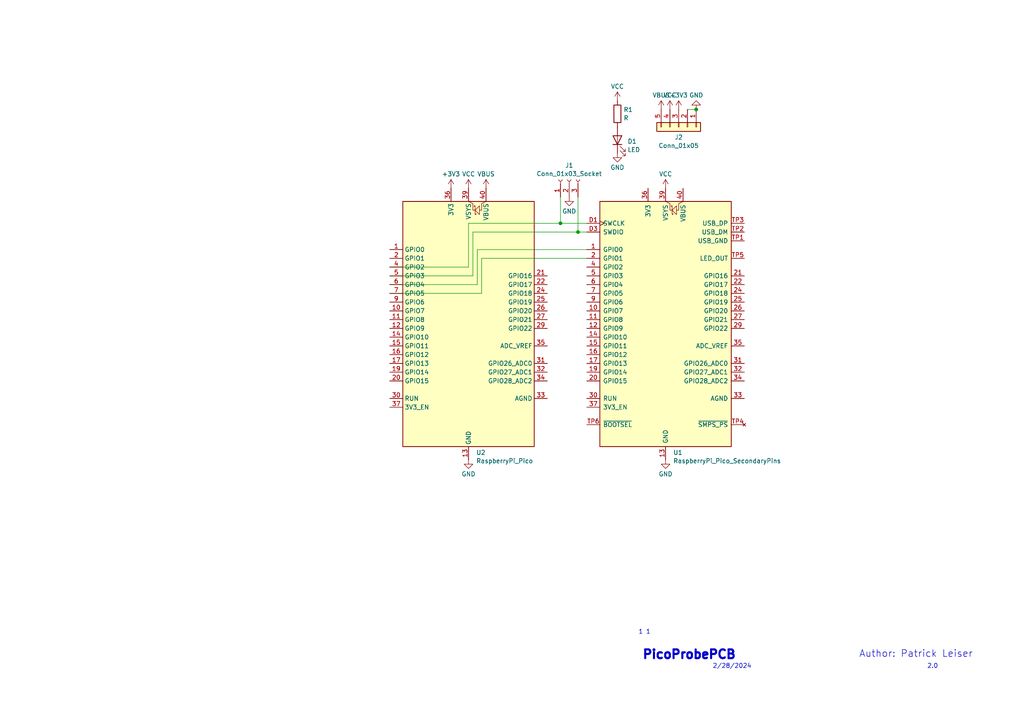
<source format=kicad_sch>
(kicad_sch (version 20231120) (generator "eeschema") (generator_version "8.0")
  (paper "A4")
  (lib_symbols
    (symbol "Connector:Conn_01x03_Socket" (pin_names (offset 1.016) hide)
      (property "Reference" "J" (at 0 5.08 0))
      (property "Value" "Conn_01x03_Socket" (at 0 -5.08 0))
      (symbol "Conn_01x03_Socket_1_1"
        (arc (start 0 -2.032) (mid -0.5058 -2.54) (end 0 -3.048) (stroke (width 0.1524)))
        (polyline (pts (xy -1.27 -2.54) (xy -0.508 -2.54)) (stroke (width 0.1524)))
        (polyline (pts (xy -1.27 0) (xy -0.508 0)) (stroke (width 0.1524)))
        (polyline (pts (xy -1.27 2.54) (xy -0.508 2.54)) (stroke (width 0.1524)))
        (arc (start 0 0.508) (mid -0.5058 0) (end 0 -0.508) (stroke (width 0.1524)))
        (arc (start 0 3.048) (mid -0.5058 2.54) (end 0 2.032) (stroke (width 0.1524)))
        (pin passive line (at -5.08 2.54 0) (length 3.81) (name "Pin_1") (number "1"))
        (pin passive line (at -5.08 0 0) (length 3.81) (name "Pin_2") (number "2"))
        (pin passive line (at -5.08 -2.54 0) (length 3.81) (name "Pin_3") (number "3"))
      )
    )
    (symbol "Connector_Generic:Conn_01x05" (pin_names (offset 1.016) hide)
      (property "Reference" "J" (at 0 7.62 0))
      (property "Value" "Conn_01x05" (at 0 -7.62 0))
      (symbol "Conn_01x05_1_1"
        (rectangle (start -1.27 -4.953) (end 0 -5.207) (stroke (width 0.1524)))
        (rectangle (start -1.27 -2.413) (end 0 -2.667) (stroke (width 0.1524)))
        (rectangle (start -1.27 0.127) (end 0 -0.127) (stroke (width 0.1524)))
        (rectangle (start -1.27 2.667) (end 0 2.413) (stroke (width 0.1524)))
        (rectangle (start -1.27 5.207) (end 0 4.953) (stroke (width 0.1524)))
        (rectangle (start -1.27 6.35) (end 1.27 -6.35) (stroke (width 0.254)) (fill (type background)))
        (pin passive line (at -5.08 5.08 0) (length 3.81) (name "Pin_1") (number "1"))
        (pin passive line (at -5.08 2.54 0) (length 3.81) (name "Pin_2") (number "2"))
        (pin passive line (at -5.08 0 0) (length 3.81) (name "Pin_3") (number "3"))
        (pin passive line (at -5.08 -2.54 0) (length 3.81) (name "Pin_4") (number "4"))
        (pin passive line (at -5.08 -5.08 0) (length 3.81) (name "Pin_5") (number "5"))
      )
    )
    (symbol "Device:LED" (pin_numbers hide) (pin_names (offset 1.016) hide)
      (property "Reference" "D" (at 0 2.54 0))
      (property "Value" "LED" (at 0 -2.54 0))
      (symbol "LED_0_1"
        (polyline (pts (xy -1.27 -1.27) (xy -1.27 1.27)) (stroke (width 0.254)))
        (polyline (pts (xy -1.27 0) (xy 1.27 0)))
        (polyline (pts (xy 1.27 -1.27) (xy 1.27 1.27) (xy -1.27 0) (xy 1.27 -1.27)) (stroke (width 0.254)))
        (polyline (pts (xy -3.048 -0.762) (xy -4.572 -2.286) (xy -3.81 -2.286) (xy -4.572 -2.286) (xy -4.572 -1.524)))
        (polyline (pts (xy -1.778 -0.762) (xy -3.302 -2.286) (xy -2.54 -2.286) (xy -3.302 -2.286) (xy -3.302 -1.524)))
      )
      (symbol "LED_1_1"
        (pin passive line (at -3.81 0 0) (length 2.54) (name "K") (number "1"))
        (pin passive line (at 3.81 0 180) (length 2.54) (name "A") (number "2"))
      )
    )
    (symbol "Device:R" (pin_numbers hide) (pin_names (offset 0))
      (property "Reference" "R" (at 2.032 0 90))
      (property "Value" "R" (at 0 0 90))
      (symbol "R_0_1"
        (rectangle (start -1.016 -2.54) (end 1.016 2.54) (stroke (width 0.254)))
      )
      (symbol "R_1_1"
        (pin passive line (at 0 3.81 270) (length 1.27) (name "~") (number "1"))
        (pin passive line (at 0 -3.81 90) (length 1.27) (name "~") (number "2"))
      )
    )
    (symbol "GND_1" (power) (pin_numbers hide) (pin_names (offset 0) hide)
      (property "Value" "GND" (at 0 -3.81 0))
      (symbol "GND_1_0_1"
        (polyline (pts (xy 0 0) (xy 0 -1.27) (xy 1.27 -1.27) (xy 0 -2.54) (xy -1.27 -1.27) (xy 0 -1.27)))
      )
      (symbol "GND_1_1_1"
        (pin power_in line (at 0 0 270) (length 0) (name "~") (number "1"))
      )
    )
    (symbol "Raspberry Pi Pico:RaspberryPi_Pico"
      (property "Reference" "U" (at -19.05 38.1 0))
      (property "Value" "RaspberryPi_Pico" (at 7.62 38.1 0))
      (symbol "RaspberryPi_Pico_0_1"
        (rectangle (start -19.05 36.83) (end 19.05 -34.29) (stroke (width 0.254)) (fill (type background)))
        (polyline (pts (xy 0 36.83) (xy 1.27 36.195) (xy 1.27 34.29) (xy 1.905 34.29)))
        (polyline (pts (xy 1.905 34.29) (xy 3.175 35.56) (xy 3.175 33.02) (xy 1.905 34.29)))
        (polyline (pts (xy 5.08 36.83) (xy 3.81 36.195) (xy 3.81 34.29) (xy 3.175 34.29)))
        (polyline (pts (xy 1.651 35.306) (xy 1.651 35.56) (xy 1.905 35.56) (xy 1.905 33.02) (xy 2.159 33.02) (xy 2.159 33.274)))
      )
      (symbol "RaspberryPi_Pico_1_1"
        (pin bidirectional line (at -22.86 22.86 0) (length 3.81) (name "GPIO0") (number "1"))
        (pin bidirectional line (at -22.86 5.08 0) (length 3.81) (name "GPIO7") (number "10"))
        (pin bidirectional line (at -22.86 2.54 0) (length 3.81) (name "GPIO8") (number "11"))
        (pin bidirectional line (at -22.86 0 0) (length 3.81) (name "GPIO9") (number "12"))
        (pin power_out line (at 0 -38.1 90) (length 3.81) (name "GND") (number "13"))
        (pin bidirectional line (at -22.86 -2.54 0) (length 3.81) (name "GPIO10") (number "14"))
        (pin bidirectional line (at -22.86 -5.08 0) (length 3.81) (name "GPIO11") (number "15"))
        (pin bidirectional line (at -22.86 -7.62 0) (length 3.81) (name "GPIO12") (number "16"))
        (pin bidirectional line (at -22.86 -10.16 0) (length 3.81) (name "GPIO13") (number "17"))
        (pin passive line (at 0 -38.1 90) (length 3.81) hide (name "GND") (number "18"))
        (pin bidirectional line (at -22.86 -12.7 0) (length 3.81) (name "GPIO14") (number "19"))
        (pin bidirectional line (at -22.86 20.32 0) (length 3.81) (name "GPIO1") (number "2"))
        (pin bidirectional line (at -22.86 -15.24 0) (length 3.81) (name "GPIO15") (number "20"))
        (pin bidirectional line (at 22.86 15.24 180) (length 3.81) (name "GPIO16") (number "21"))
        (pin bidirectional line (at 22.86 12.7 180) (length 3.81) (name "GPIO17") (number "22"))
        (pin passive line (at 0 -38.1 90) (length 3.81) hide (name "GND") (number "23"))
        (pin bidirectional line (at 22.86 10.16 180) (length 3.81) (name "GPIO18") (number "24"))
        (pin bidirectional line (at 22.86 7.62 180) (length 3.81) (name "GPIO19") (number "25"))
        (pin bidirectional line (at 22.86 5.08 180) (length 3.81) (name "GPIO20") (number "26"))
        (pin bidirectional line (at 22.86 2.54 180) (length 3.81) (name "GPIO21") (number "27"))
        (pin passive line (at 0 -38.1 90) (length 3.81) hide (name "GND") (number "28"))
        (pin bidirectional line (at 22.86 0 180) (length 3.81) (name "GPIO22") (number "29"))
        (pin passive line (at 0 -38.1 90) (length 3.81) hide (name "GND") (number "3"))
        (pin input line (at -22.86 -20.32 0) (length 3.81) (name "RUN") (number "30"))
        (pin bidirectional line (at 22.86 -10.16 180) (length 3.81) (name "GPIO26_ADC0") (number "31"))
        (pin bidirectional line (at 22.86 -12.7 180) (length 3.81) (name "GPIO27_ADC1") (number "32"))
        (pin power_in line (at 22.86 -20.32 180) (length 3.81) (name "AGND") (number "33"))
        (pin bidirectional line (at 22.86 -15.24 180) (length 3.81) (name "GPIO28_ADC2") (number "34"))
        (pin power_in line (at 22.86 -5.08 180) (length 3.81) (name "ADC_VREF") (number "35"))
        (pin power_out line (at -5.08 40.64 270) (length 3.81) (name "3V3") (number "36"))
        (pin input line (at -22.86 -22.86 0) (length 3.81) (name "3V3_EN") (number "37"))
        (pin passive line (at 0 -38.1 90) (length 3.81) hide (name "GND") (number "38"))
        (pin power_in line (at 0 40.64 270) (length 3.81) (name "VSYS") (number "39"))
        (pin bidirectional line (at -22.86 17.78 0) (length 3.81) (name "GPIO2") (number "4"))
        (pin power_out line (at 5.08 40.64 270) (length 3.81) (name "VBUS") (number "40"))
        (pin bidirectional line (at -22.86 15.24 0) (length 3.81) (name "GPIO3") (number "5"))
        (pin bidirectional line (at -22.86 12.7 0) (length 3.81) (name "GPIO4") (number "6"))
        (pin bidirectional line (at -22.86 10.16 0) (length 3.81) (name "GPIO5") (number "7"))
        (pin passive line (at 0 -38.1 90) (length 3.81) hide (name "GND") (number "8"))
        (pin bidirectional line (at -22.86 7.62 0) (length 3.81) (name "GPIO6") (number "9"))
      )
    )
    (symbol "Raspberry Pi Pico:RaspberryPi_Pico_SecondaryPins" (pin_names (offset 0.889))
      (property "Reference" "U" (at -19.05 38.1 0))
      (property "Value" "RaspberryPi_Pico_SecondaryPins" (at 7.62 38.1 0))
      (symbol "RaspberryPi_Pico_SecondaryPins_0_1"
        (rectangle (start -19.05 36.83) (end 19.05 -34.29) (stroke (width 0.254)) (fill (type background)))
        (polyline (pts (xy 0 36.83) (xy 1.27 36.195) (xy 1.27 34.29) (xy 1.905 34.29)))
        (polyline (pts (xy 1.905 34.29) (xy 3.175 35.56) (xy 3.175 33.02) (xy 1.905 34.29)))
        (polyline (pts (xy 5.08 36.83) (xy 3.81 36.195) (xy 3.81 34.29) (xy 3.175 34.29)))
        (polyline (pts (xy 1.651 35.306) (xy 1.651 35.56) (xy 1.905 35.56) (xy 1.905 33.02) (xy 2.159 33.02) (xy 2.159 33.274)))
      )
      (symbol "RaspberryPi_Pico_SecondaryPins_1_1"
        (pin bidirectional line (at -22.86 22.86 0) (length 3.81) (name "GPIO0") (number "1"))
        (pin bidirectional line (at -22.86 5.08 0) (length 3.81) (name "GPIO7") (number "10"))
        (pin bidirectional line (at -22.86 2.54 0) (length 3.81) (name "GPIO8") (number "11"))
        (pin bidirectional line (at -22.86 0 0) (length 3.81) (name "GPIO9") (number "12"))
        (pin power_out line (at 0 -38.1 90) (length 3.81) (name "GND") (number "13"))
        (pin bidirectional line (at -22.86 -2.54 0) (length 3.81) (name "GPIO10") (number "14"))
        (pin bidirectional line (at -22.86 -5.08 0) (length 3.81) (name "GPIO11") (number "15"))
        (pin bidirectional line (at -22.86 -7.62 0) (length 3.81) (name "GPIO12") (number "16"))
        (pin bidirectional line (at -22.86 -10.16 0) (length 3.81) (name "GPIO13") (number "17"))
        (pin passive line (at 0 -38.1 90) (length 3.81) hide (name "GND") (number "18"))
        (pin bidirectional line (at -22.86 -12.7 0) (length 3.81) (name "GPIO14") (number "19"))
        (pin bidirectional line (at -22.86 20.32 0) (length 3.81) (name "GPIO1") (number "2"))
        (pin bidirectional line (at -22.86 -15.24 0) (length 3.81) (name "GPIO15") (number "20"))
        (pin bidirectional line (at 22.86 15.24 180) (length 3.81) (name "GPIO16") (number "21"))
        (pin bidirectional line (at 22.86 12.7 180) (length 3.81) (name "GPIO17") (number "22"))
        (pin passive line (at 0 -38.1 90) (length 3.81) hide (name "GND") (number "23"))
        (pin bidirectional line (at 22.86 10.16 180) (length 3.81) (name "GPIO18") (number "24"))
        (pin bidirectional line (at 22.86 7.62 180) (length 3.81) (name "GPIO19") (number "25"))
        (pin bidirectional line (at 22.86 5.08 180) (length 3.81) (name "GPIO20") (number "26"))
        (pin bidirectional line (at 22.86 2.54 180) (length 3.81) (name "GPIO21") (number "27"))
        (pin passive line (at 0 -38.1 90) (length 3.81) hide (name "GND") (number "28"))
        (pin bidirectional line (at 22.86 0 180) (length 3.81) (name "GPIO22") (number "29"))
        (pin passive line (at 0 -38.1 90) (length 3.81) hide (name "GND") (number "3"))
        (pin input line (at -22.86 -20.32 0) (length 3.81) (name "RUN") (number "30"))
        (pin bidirectional line (at 22.86 -10.16 180) (length 3.81) (name "GPIO26_ADC0") (number "31"))
        (pin bidirectional line (at 22.86 -12.7 180) (length 3.81) (name "GPIO27_ADC1") (number "32"))
        (pin power_in line (at 22.86 -20.32 180) (length 3.81) (name "AGND") (number "33"))
        (pin bidirectional line (at 22.86 -15.24 180) (length 3.81) (name "GPIO28_ADC2") (number "34"))
        (pin power_in line (at 22.86 -5.08 180) (length 3.81) (name "ADC_VREF") (number "35"))
        (pin power_out line (at -5.08 40.64 270) (length 3.81) (name "3V3") (number "36"))
        (pin input line (at -22.86 -22.86 0) (length 3.81) (name "3V3_EN") (number "37"))
        (pin passive line (at 0 -38.1 90) (length 3.81) hide (name "GND") (number "38"))
        (pin power_in line (at 0 40.64 270) (length 3.81) (name "VSYS") (number "39"))
        (pin bidirectional line (at -22.86 17.78 0) (length 3.81) (name "GPIO2") (number "4"))
        (pin power_out line (at 5.08 40.64 270) (length 3.81) (name "VBUS") (number "40"))
        (pin bidirectional line (at -22.86 15.24 0) (length 3.81) (name "GPIO3") (number "5"))
        (pin bidirectional line (at -22.86 12.7 0) (length 3.81) (name "GPIO4") (number "6"))
        (pin bidirectional line (at -22.86 10.16 0) (length 3.81) (name "GPIO5") (number "7"))
        (pin passive line (at 0 -38.1 90) (length 3.81) hide (name "GND") (number "8"))
        (pin bidirectional line (at -22.86 7.62 0) (length 3.81) (name "GPIO6") (number "9"))
        (pin input clock (at -22.86 30.48 0) (length 3.81) (name "SWCLK") (number "D1"))
        (pin passive line (at 0 -38.1 90) (length 3.81) hide (name "GND") (number "D2"))
        (pin bidirectional line (at -22.86 27.94 0) (length 3.81) (name "SWDIO") (number "D3"))
        (pin power_out line (at 22.86 25.4 180) (length 3.81) (name "USB_GND") (number "TP1"))
        (pin bidirectional line (at 22.86 27.94 180) (length 3.81) (name "USB_DM") (number "TP2"))
        (pin bidirectional line (at 22.86 30.48 180) (length 3.81) (name "USB_DP") (number "TP3"))
        (pin no_connect line (at 22.86 -27.94 180) (length 3.81) (name "~{SMPS_PS}") (number "TP4"))
        (pin output line (at 22.86 20.32 180) (length 3.81) (name "LED_OUT") (number "TP5"))
        (pin input line (at -22.86 -27.94 0) (length 3.81) (name "~{BOOTSEL}") (number "TP6"))
      )
    )
    (symbol "power:+3V3" (power) (pin_numbers hide) (pin_names (offset 0) hide)
      (property "Value" "+3V3" (at 0 3.556 0))
      (symbol "+3V3_0_1"
        (polyline (pts (xy -0.762 1.27) (xy 0 2.54)))
        (polyline (pts (xy 0 0) (xy 0 2.54)))
        (polyline (pts (xy 0 2.54) (xy 0.762 1.27)))
      )
      (symbol "+3V3_1_1"
        (pin power_in line (at 0 0 90) (length 0) (name "~") (number "1"))
      )
    )
    (symbol "power:GND" (power) (pin_names (offset 0))
      (property "Value" "GND" (at 0 -3.81 0))
      (symbol "GND_0_1"
        (polyline (pts (xy 0 0) (xy 0 -1.27) (xy 1.27 -1.27) (xy 0 -2.54) (xy -1.27 -1.27) (xy 0 -1.27)))
      )
      (symbol "GND_1_1"
        (pin power_in line (at 0 0 270) (length 0) hide (name "GND") (number "1"))
      )
    )
    (symbol "power:VBUS" (power) (pin_numbers hide) (pin_names (offset 0) hide)
      (property "Value" "VBUS" (at 0 3.556 0))
      (symbol "VBUS_0_1"
        (polyline (pts (xy -0.762 1.27) (xy 0 2.54)))
        (polyline (pts (xy 0 0) (xy 0 2.54)))
        (polyline (pts (xy 0 2.54) (xy 0.762 1.27)))
      )
      (symbol "VBUS_1_1"
        (pin power_in line (at 0 0 90) (length 0) (name "~") (number "1"))
      )
    )
    (symbol "power:VCC" (power) (pin_names (offset 0))
      (property "Value" "VCC" (at 0 3.81 0))
      (symbol "VCC_0_1"
        (polyline (pts (xy -0.762 1.27) (xy 0 2.54)))
        (polyline (pts (xy 0 0) (xy 0 2.54)))
        (polyline (pts (xy 0 2.54) (xy 0.762 1.27)))
      )
      (symbol "VCC_1_1"
        (pin power_in line (at 0 0 90) (length 0) hide (name "VCC") (number "1"))
      )
    )
  )
  (junction (at 162.56 64.77))
  (junction (at 201.93 31.75))
  (junction (at 167.64 67.31))
  (wire (pts (xy 135.89 64.77) (xy 162.56 64.77)))
  (wire (pts (xy 138.43 72.39) (xy 170.18 72.39)))
  (wire (pts (xy 137.16 80.01) (xy 137.16 67.31)))
  (wire (pts (xy 138.43 82.55) (xy 138.43 72.39)))
  (wire (pts (xy 113.03 80.01) (xy 137.16 80.01)))
  (wire (pts (xy 113.03 85.09) (xy 139.7 85.09)))
  (wire (pts (xy 139.7 74.93) (xy 139.7 85.09)))
  (wire (pts (xy 113.03 82.55) (xy 138.43 82.55)))
  (wire (pts (xy 137.16 67.31) (xy 167.64 67.31)))
  (wire (pts (xy 135.89 77.47) (xy 135.89 64.77)))
  (wire (pts (xy 113.03 77.47) (xy 135.89 77.47)))
  (wire (pts (xy 167.64 57.15) (xy 167.64 67.31)))
  (wire (pts (xy 170.18 74.93) (xy 139.7 74.93)))
  (wire (pts (xy 162.56 64.77) (xy 170.18 64.77)))
  (wire (pts (xy 167.64 67.31) (xy 170.18 67.31)))
  (wire (pts (xy 162.56 57.15) (xy 162.56 64.77)))
  (wire (pts (xy 199.39 31.75) (xy 201.93 31.75)))
  (text "1 1" (at 186.944 183.388 0) (effects (font (size 1.27 1.27))))
  (text "Author: Patrick Leiser" (at 265.684 189.738 0) (effects (font (size 2 2))))
  (text "2.0" (at 270.51 193.294 0) (effects (font (size 1.27 1.27))))
  (text "PicoProbePCB" (at 199.898 189.992 0) (effects (font (size 2.54 2.54) (thickness 0.6) (bold yes))))
  (text "2/28/2024" (at 212.344 193.294 0) (effects (font (size 1.27 1.27))))
  (symbol (lib_id "Connector_Generic:Conn_01x05") (at 196.85 36.83 270) (unit 1)
    (property "Reference" "J2" (at 196.85 39.8201 90))
    (property "Value" "Conn_01x05" (at 196.85 42.2444 90))
    (property "Footprint" "Connector_PinHeader_2.54mm:PinHeader_1x05_P2.54mm_Vertical_SMD_Pin1Left" (effects (hide yes)))
    (property "Description" "Generic connector, single row, 01x05, script generated (kicad-library-utils/schlib/autogen/connector/)" (effects (hide yes)))
  )
  (symbol (lib_id "Connector:Conn_01x03_Socket") (at 165.1 52.07 90) (unit 1)
    (property "Reference" "J1" (at 165.1 47.9765 90))
    (property "Value" "Conn_01x03_Socket" (at 165.1 50.4007 90))
    (property "Footprint" "Connector_PinSocket_2.54mm:PinSocket_1x03_P2.54mm_Vertical" (effects (hide yes)))
  )
  (symbol (lib_id "power:VCC") (at 135.89 54.61 0) (unit 1)
    (property "Reference" "#PWR03" (effects (hide yes)))
    (property "Value" "VCC" (at 135.89 50.4769 0))
  )
  (symbol (lib_id "power:GND") (at 165.1 57.15 0) (unit 1)
    (property "Reference" "#PWR05" (effects (hide yes)))
    (property "Value" "GND" (at 165.1 61.2831 0))
  )
  (symbol (lib_id "power:VCC") (at 193.04 54.61 0) (unit 1)
    (property "Reference" "#PWR04" (effects (hide yes)))
    (property "Value" "VCC" (at 193.04 50.4769 0))
  )
  (symbol (lib_id "power:VBUS") (at 191.77 31.75 0) (unit 1)
    (property "Reference" "#PWR011" (effects (hide yes)))
    (property "Value" "VBUS" (at 191.77 27.6169 0))
    (property "Description" "Power symbol creates a global label with name \"VBUS\"" (effects (hide yes)))
  )
  (symbol (lib_id "Device:LED") (at 179.07 40.64 90) (unit 1)
    (property "Reference" "D1" (at 181.991 41.0154 90) (effects (justify right)))
    (property "Value" "LED" (at 181.991 43.4396 90) (effects (justify right)))
    (property "Footprint" "LED_SMD:LED_0603_1608Metric_Pad1.05x0.95mm_HandSolder" (effects (hide yes)))
  )
  (symbol (lib_id "power:VCC") (at 179.07 29.21 0) (unit 1)
    (property "Reference" "#PWR06" (effects (hide yes)))
    (property "Value" "VCC" (at 179.07 25.0769 0))
  )
  (symbol (lib_id "Raspberry Pi Pico:RaspberryPi_Pico_SecondaryPins") (at 193.04 95.25 0) (unit 1)
    (property "Reference" "U1" (at 195.2341 131.2601 0) (effects (justify left)))
    (property "Value" "RaspberryPi_Pico_SecondaryPins" (at 195.2341 133.6843 0) (effects (justify left)))
    (property "Footprint" "RaspberryPi_Pico:RaspberryPi_Pico_Debug_PicoProbePinsOnlyLargePads" (effects (hide yes)))
    (property "Datasheet" "https://datasheets.raspberrypi.com/pico/pico-datasheet.pdf" (effects (hide yes)))
  )
  (symbol (lib_id "power:+3V3") (at 130.81 54.61 0) (unit 1)
    (property "Reference" "#PWR013" (effects (hide yes)))
    (property "Value" "+3V3" (at 130.81 50.4769 0))
    (property "Description" "Power symbol creates a global label with name \"+3V3\"" (effects (hide yes)))
  )
  (symbol (lib_id "power:GND") (at 193.04 133.35 0) (unit 1)
    (property "Reference" "#PWR02" (effects (hide yes)))
    (property "Value" "GND" (at 193.04 137.4831 0))
  )
  (symbol (lib_id "power:VCC") (at 194.31 31.75 0) (unit 1)
    (property "Reference" "#PWR09" (effects (hide yes)))
    (property "Value" "VCC" (at 194.31 27.6169 0))
  )
  (symbol (lib_id "power:+3V3") (at 196.85 31.75 0) (unit 1)
    (property "Reference" "#PWR010" (effects (hide yes)))
    (property "Value" "+3V3" (at 196.85 27.6169 0))
    (property "Description" "Power symbol creates a global label with name \"+3V3\"" (effects (hide yes)))
  )
  (symbol (lib_id "power:GND") (at 135.89 133.35 0) (unit 1)
    (property "Reference" "#PWR01" (effects (hide yes)))
    (property "Value" "GND" (at 135.89 137.4831 0))
  )
  (symbol (lib_id "power:GND") (at 179.07 44.45 0) (unit 1)
    (property "Reference" "#PWR07" (effects (hide yes)))
    (property "Value" "GND" (at 179.07 48.5831 0))
  )
  (symbol (lib_id "power:VBUS") (at 140.97 54.61 0) (unit 1)
    (property "Reference" "#PWR012" (effects (hide yes)))
    (property "Value" "VBUS" (at 140.97 50.4769 0))
    (property "Description" "Power symbol creates a global label with name \"VBUS\"" (effects (hide yes)))
  )
  (symbol (lib_name "GND_1") (lib_id "power:GND") (at 201.93 31.75 180) (unit 1)
    (property "Reference" "#PWR08" (effects (hide yes)))
    (property "Value" "GND" (at 201.93 27.6169 0))
    (property "Description" "Power symbol creates a global label with name \"GND\" , ground" (effects (hide yes)))
  )
  (symbol (lib_id "Device:R") (at 179.07 33.02 0) (unit 1)
    (property "Reference" "R1" (at 180.848 31.8079 0) (effects (justify left)))
    (property "Value" "R" (at 180.848 34.2321 0) (effects (justify left)))
    (property "Footprint" "LED_SMD:LED_0603_1608Metric_Pad1.05x0.95mm_HandSolder" (effects (hide yes)))
  )
  (symbol (lib_id "Raspberry Pi Pico:RaspberryPi_Pico") (at 135.89 95.25 0) (unit 1)
    (property "Reference" "U2" (at 138.0841 131.2601 0) (effects (justify left)))
    (property "Value" "RaspberryPi_Pico" (at 138.0841 133.6843 0) (effects (justify left)))
    (property "Footprint" "RaspberryPi_Pico:RaspberryPi_Pico_Debug_PicoProbePinsOnlyLargePads" (effects (hide yes)))
    (property "Datasheet" "https://datasheets.raspberrypi.com/pico/pico-datasheet.pdf" (effects (hide yes)))
  )
)
</source>
